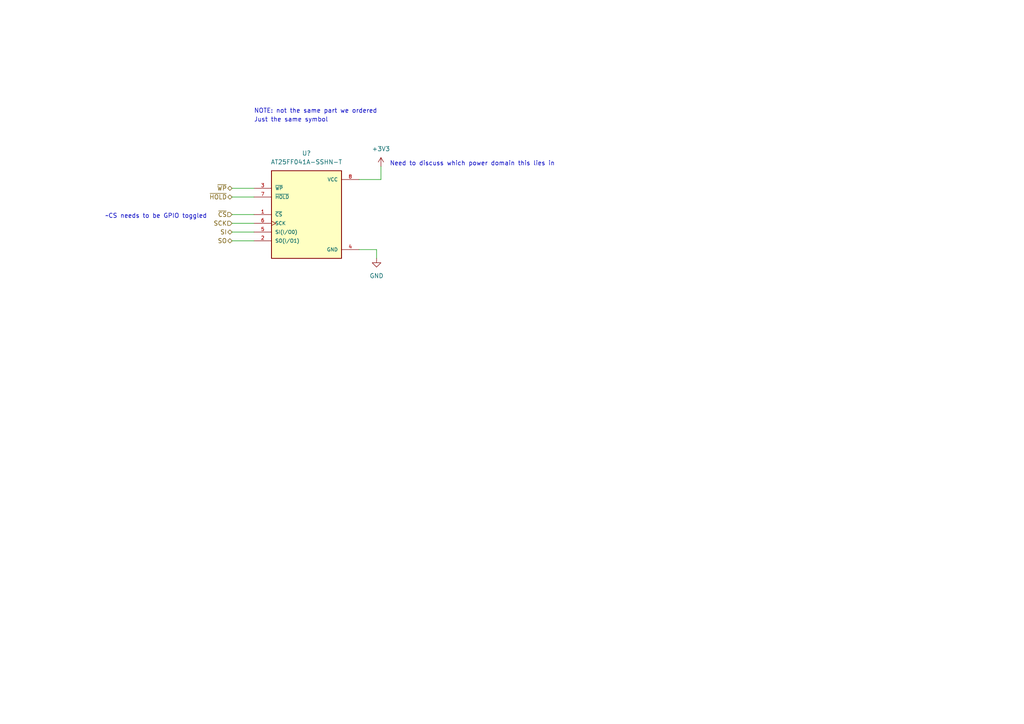
<source format=kicad_sch>
(kicad_sch (version 20211123) (generator eeschema)
  (paper "A4")
  (lib_symbols
    (symbol "AT25FF041A-SSHN-T:AT25FF041A-SSHN-T" (pin_names (offset 1.016))
      (property "Reference" "U" (at -10.16 13.97 0))
      (property "Value" "AT25FF041A-SSHN-T" (at -10.16 -15.24 0))
      (symbol "AT25FF041A-SSHN-T_0_0"
        (rectangle (start -10.16 -12.7) (end 10.16 12.7) (stroke (width 0.254)) (fill (type background)))
        (pin input line (at -15.24 0 0) (length 5.08) (name "~{CS}") (number "1"))
        (pin bidirectional line (at -15.24 -7.62 0) (length 5.08) (name "SO(I/O1)") (number "2"))
        (pin input line (at -15.24 7.62 0) (length 5.08) (name "~{WP}") (number "3"))
        (pin power_in line (at 15.24 -10.16 180) (length 5.08) (name "GND") (number "4"))
        (pin bidirectional line (at -15.24 -5.08 0) (length 5.08) (name "SI(I/O0)") (number "5"))
        (pin input clock (at -15.24 -2.54 0) (length 5.08) (name "SCK") (number "6"))
        (pin input line (at -15.24 5.08 0) (length 5.08) (name "~{HOLD}") (number "7"))
        (pin power_in line (at 15.24 10.16 180) (length 5.08) (name "VCC") (number "8"))
      )
    )
    (symbol "power:+3.3V" (power) (pin_names (offset 0))
      (property "Value" "+3.3V" (at 0 3.556 0))
      (symbol "+3.3V_0_1"
        (polyline (pts (xy -0.762 1.27) (xy 0 2.54)))
        (polyline (pts (xy 0 0) (xy 0 2.54)))
        (polyline (pts (xy 0 2.54) (xy 0.762 1.27)))
      )
      (symbol "+3.3V_1_1"
        (pin power_in line (at 0 0 90) (length 0) hide (name "+3V3") (number "1"))
      )
    )
    (symbol "power:GND" (power) (pin_names (offset 0))
      (property "Value" "GND" (at 0 -3.81 0))
      (symbol "GND_0_1"
        (polyline (pts (xy 0 0) (xy 0 -1.27) (xy 1.27 -1.27) (xy 0 -2.54) (xy -1.27 -1.27) (xy 0 -1.27)))
      )
      (symbol "GND_1_1"
        (pin power_in line (at 0 0 270) (length 0) hide (name "GND") (number "1"))
      )
    )
  )
  (wire (pts (xy 67.31 57.15) (xy 73.66 57.15)))
  (wire (pts (xy 67.31 67.31) (xy 73.66 67.31)))
  (wire (pts (xy 104.14 72.39) (xy 109.22 72.39)))
  (wire (pts (xy 67.31 64.77) (xy 73.66 64.77)))
  (wire (pts (xy 67.31 69.85) (xy 73.66 69.85)))
  (wire (pts (xy 110.49 48.26) (xy 110.49 52.07)))
  (wire (pts (xy 67.31 54.61) (xy 73.66 54.61)))
  (wire (pts (xy 104.14 52.07) (xy 110.49 52.07)))
  (wire (pts (xy 109.22 72.39) (xy 109.22 74.93)))
  (wire (pts (xy 67.31 62.23) (xy 73.66 62.23)))
  (text "Need to discuss which power domain this lies in\n" (at 113.03 48.26 0) (effects (font (size 1.27 1.27)) (justify left bottom)))
  (text "NOTE: not the same part we ordered\n" (at 73.66 33.02 0) (effects (font (size 1.27 1.27)) (justify left bottom)))
  (text "~CS needs to be GPIO toggled\n" (at 30.48 63.5 0) (effects (font (size 1.27 1.27)) (justify left bottom)))
  (text "Just the same symbol\n" (at 73.66 35.56 0) (effects (font (size 1.27 1.27)) (justify left bottom)))
  (hierarchical_label "SO" (shape bidirectional) (at 67.31 69.85 180))
  (hierarchical_label "~{HOLD}" (shape bidirectional) (at 67.31 57.15 180))
  (hierarchical_label "SI" (shape bidirectional) (at 67.31 67.31 180))
  (hierarchical_label "SCK" (shape input) (at 67.31 64.77 180))
  (hierarchical_label "~{WP}" (shape bidirectional) (at 67.31 54.61 180))
  (hierarchical_label "~{CS}" (shape input) (at 67.31 62.23 180))
  (symbol (lib_id "AT25FF041A-SSHN-T:AT25FF041A-SSHN-T") (at 88.9 62.23 0) (unit 1)
    (property "Reference" "U?" (at 88.9 44.45 0))
    (property "Value" "AT25FF041A-SSHN-T" (at 88.9 46.99 0))
    (property "Footprint" "SOIC127P599X175-8N" (effects hide))
    (property "MAXIMUM_PACKAGE_HEIGHT" "1.75mm" (effects hide))
    (property "STANDARD" "IPC 7351B" (effects hide))
    (property "PARTREV" "G" (effects hide))
    (property "MANUFACTURER" "Dialog Semicondutor" (effects hide))
  )
  (symbol (lib_id "power:+3.3V") (at 110.49 48.26 0) (unit 1)
    (property "Reference" "#PWR?" (effects hide))
    (property "Value" "+3.3V" (at 110.49 43.18 0))
  )
  (symbol (lib_id "power:GND") (at 109.22 74.93 0) (unit 1)
    (property "Reference" "#PWR?" (effects hide))
    (property "Value" "GND" (at 109.22 80.01 0))
  )
)
</source>
